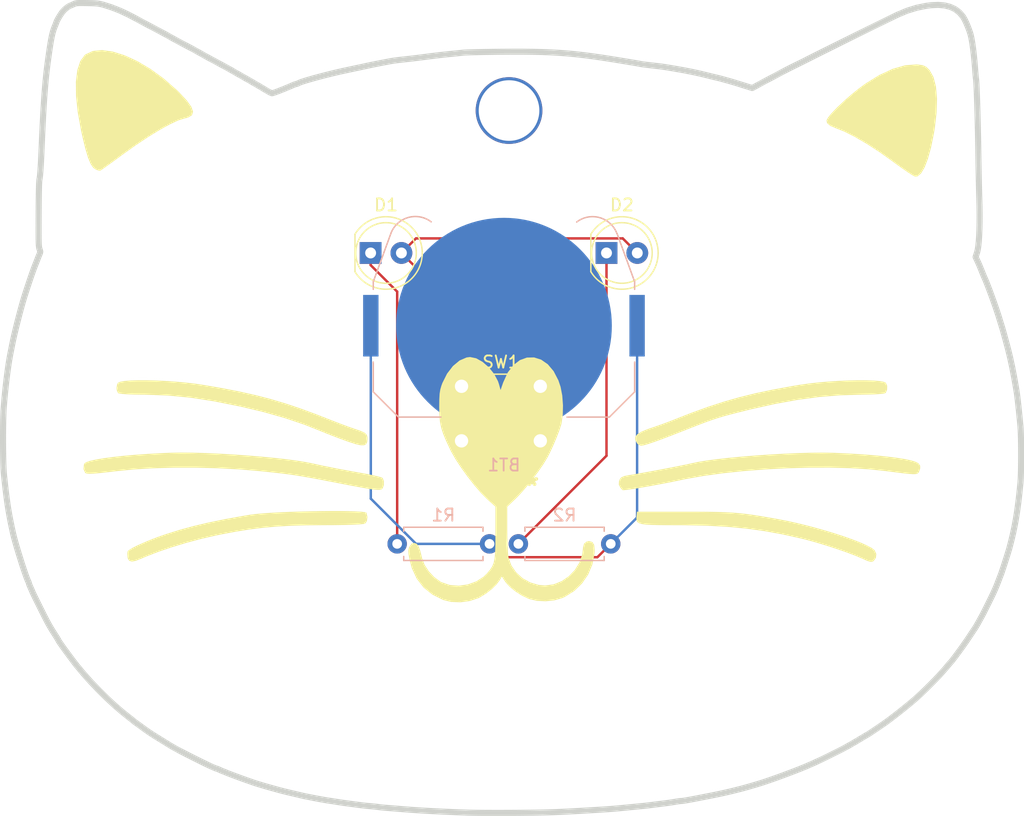
<source format=kicad_pcb>
(kicad_pcb (version 20241229) (generator "pcbnew") (generator_version "9.0")
  (layers (0 "F.Cu" signal) (2 "B.Cu" signal) (13 "F.Paste" user) (15 "B.Paste" user) (5 "F.SilkS" user "F.Silkscreen") (7 "B.SilkS" user "B.Silkscreen") (1 "F.Mask" user) (3 "B.Mask" user) (25 "Edge.Cuts" user))
  (net 0 "")
  (net 1 "Net-(BT1-+)")
  (net 2 "Net-(BT1--)")
  (net 3 "Net-(D1-A)")
  (net 4 "Net-(D1-K)")
  (net 5 "Net-(D2-K)")
  (footprint "LOGO" (layer "F.Cu") (at 100 77 10)
    (property "Reference" "G***" (hide yes))
    (property "Value" "LOGO" (hide yes))
    (fp_poly (pts (xy -1.674369 -5.362427) (xy -0.822632 -5.087191) (xy 0.091384 -4.612818) (xy 1.039868 -3.956616) (xy 1.995011 -3.135895) (xy 2.929001 -2.167964) (xy 3.814028 -1.070134) (xy 3.964882 -0.861618) (xy 4.475093 -0.085272) (xy 4.768052 0.511975) (xy 4.844211 0.943045) (xy 4.704022 1.220857) (xy 4.347936 1.358332) (xy 4.043229 1.378857) (xy 3.518455 1.447752) (xy 2.783179 1.644132) (xy 1.879551 1.952543) (xy 0.849724 2.357528) (xy -0.264153 2.84363) (xy -1.317507 3.344545) (xy -2.044359 3.702066) (xy -2.67646 4.009251) (xy -3.169833 4.245031) (xy -3.480498 4.388334) (xy -3.567222 4.422443) (xy -3.727792 4.354815) (xy -3.876859 4.273286) (xy -4.07508 4.077176) (xy -4.231291 3.726595) (xy -4.351263 3.191388) (xy -4.440771 2.4414) (xy -4.505587 1.446476) (xy -4.530041 0.861538) (xy -4.536362 -0.66618) (xy -4.441667 -2.013372) (xy -4.250549 -3.160695) (xy -3.967602 -4.088806) (xy -3.597419 -4.77836) (xy -3.144592 -5.210014) (xy -3.079763 -5.246247) (xy -2.436016 -5.421215)) (fill yes) (layer "F.SilkS"))
  )
  (footprint "LED_THT:LED_D5.0mm" (layer "F.Cu") (at 139.041103 88.75)
    (property "Reference" "D2" (at 1.27 -3.96 0) (layer "F.SilkS"))
    (property "Value" "LED")
    (fp_line (start -1.29 -1.545) (end -1.29 1.545) (stroke (width 0.12)) (layer "F.SilkS"))
    (fp_arc (start -1.29 -1.54483) (mid 2.071779 -2.880495) (end 4.26 0) (stroke (width 0.12)) (layer "F.SilkS"))
    (fp_arc (start 4.26 0) (mid 2.071779 2.880495) (end -1.29 1.54483) (stroke (width 0.12)) (layer "F.SilkS"))
    (fp_circle (center 1.27 0) (end 3.77 0) (stroke (width 0.12)) (fill no) (layer "F.SilkS"))
    (pad "1" thru_hole rect (at 0 0) (size 1.8 1.8) (drill 0.9) (layers "*.Cu" "*.Mask") (net 5 "Net-(D2-K)"))
    (pad "2" thru_hole circle (at 2.54 0) (size 1.8 1.8) (drill 0.9) (layers "*.Cu" "*.Mask") (net 3 "Net-(D1-A)"))
  )
  (footprint "Button_Switch_THT:SW_PUSH_6mm" (layer "F.Cu") (at 127.081103 99.75)
    (property "Reference" "SW1" (at 3.25 -2 0) (layer "F.SilkS"))
    (property "Value" "SW_Push")
    (fp_line (start -0.25 1.5) (end -0.25 3) (stroke (width 0.12)) (layer "F.SilkS"))
    (fp_line (start 1 5.5) (end 5.5 5.5) (stroke (width 0.12)) (layer "F.SilkS"))
    (fp_line (start 5.5 -1) (end 1 -1) (stroke (width 0.12)) (layer "F.SilkS"))
    (fp_line (start 6.75 3) (end 6.75 1.5) (stroke (width 0.12)) (layer "F.SilkS"))
    (pad "1" thru_hole circle (at 0 0 90) (size 2 2) (drill 1.1) (layers "*.Cu" "*.Mask") (net 3 "Net-(D1-A)"))
    (pad "1" thru_hole circle (at 6.5 0 90) (size 2 2) (drill 1.1) (layers "*.Cu" "*.Mask") (net 3 "Net-(D1-A)"))
    (pad "2" thru_hole circle (at 0 4.5 90) (size 2 2) (drill 1.1) (layers "*.Cu" "*.Mask") (net 2 "Net-(BT1--)"))
    (pad "2" thru_hole circle (at 6.5 4.5 90) (size 2 2) (drill 1.1) (layers "*.Cu" "*.Mask") (net 2 "Net-(BT1--)"))
  )
  (footprint "LOGO" (layer "F.Cu") (at 132 102)
    (property "Reference" "G***" (hide yes))
    (property "Value" "LOGO" (hide yes))
    (fp_poly (pts (xy -35.921583 -33.865738) (xy -35.803815 -33.863824) (xy -35.472617 -33.857117) (xy -35.216247 -33.847944) (xy -35.014046 -33.834142) (xy -34.845353 -33.813547) (xy -34.689508 -33.783996) (xy -34.525851 -33.743324) (xy -34.447557 -33.721772) (xy -33.792639 -33.514172) (xy -33.127485 -33.254074) (xy -32.435537 -32.934387) (xy -31.700239 -32.54802) (xy -31.678384 -32.535906) (xy -31.52804 -32.453027) (xy -31.361614 -32.362539) (xy -31.167786 -32.258416) (xy -30.935239 -32.134636) (xy -30.652652 -31.985175) (xy -30.308708 -31.80401) (xy -29.892086 -31.585117) (xy -29.864099 -31.570426) (xy -29.627173 -31.444649) (xy -29.384605 -31.313511) (xy -29.16978 -31.195173) (xy -29.052445 -31.128905) (xy -28.775061 -30.972394) (xy -28.446522 -30.792584) (xy -28.055428 -30.583316) (xy -27.59038 -30.338428) (xy -27.572369 -30.329003) (xy -27.361066 -30.217811) (xy -27.159721 -30.110752) (xy -26.99688 -30.023055) (xy -26.927821 -29.985112) (xy -26.815388 -29.922356) (xy -26.641329 -29.825191) (xy -26.427394 -29.70576) (xy -26.195331 -29.576202) (xy -26.140039 -29.545333) (xy -25.920364 -29.423166) (xy -25.72661 -29.316305) (xy -25.575951 -29.234155) (xy -25.485562 -29.186125) (xy -25.471618 -29.179241) (xy -25.394777 -29.140284) (xy -25.26351 -29.070409) (xy -25.113535 -28.988742) (xy -24.930467 -28.888785) (xy -24.706211 -28.767421) (xy -24.483931 -28.647996) (xy -24.445114 -28.627253) (xy -24.24616 -28.519659) (xy -24.054476 -28.413631) (xy -23.903746 -28.327866) (xy -23.872181 -28.30926) (xy -23.743713 -28.234123) (xy -23.56287 -28.130409) (xy -23.360755 -28.015903) (xy -23.275377 -27.96796) (xy -23.089009 -27.863143) (xy -22.925459 -27.770285) (xy -22.808699 -27.703036) (xy -22.774061 -27.682492) (xy -22.651036 -27.61186) (xy -22.583084 -27.575771) (xy -22.489633 -27.524631) (xy -22.350945 -27.444676) (xy -22.248873 -27.384196) (xy -22.081551 -27.285353) (xy -21.917522 -27.190782) (xy -21.843046 -27.148998) (xy -21.737098 -27.088331) (xy -21.572239 -26.991253) (xy -21.371035 -26.871152) (xy -21.15655 -26.741718) (xy -20.953064 -26.621894) (xy -20.773633 -26.523017) (xy -20.63662 -26.454741) (xy -20.560389 -26.426722) (xy -20.557047 -26.426504) (xy -20.471 -26.445082) (xy -20.309653 -26.497713) (xy -20.084998 -26.579748) (xy -19.809029 -26.686534) (xy -19.493737 -26.813421) (xy -19.151115 -26.955756) (xy -18.793156 -27.10889) (xy -18.756319 -27.124905) (xy -18.634101 -27.170061) (xy -18.542649 -27.190331) (xy -18.539082 -27.190414) (xy -18.446234 -27.218258) (xy -18.426937 -27.232489) (xy -18.343237 -27.278658) (xy -18.177039 -27.343037) (xy -17.938972 -27.422716) (xy -17.639661 -27.514786) (xy -17.289735 -27.616336) (xy -16.899819 -27.724458) (xy -16.480541 -27.836241) (xy -16.042528 -27.948775) (xy -15.596407 -28.059151) (xy -15.152804 -28.164459) (xy -14.722347 -28.261789) (xy -14.466542 -28.31689) (xy -14.23637 -28.365712) (xy -13.986829 -28.419107) (xy -13.821993 -28.454676) (xy -13.641465 -28.493272) (xy -13.482687 -28.526218) (xy -13.392294 -28.544042) (xy -13.285818 -28.565667) (xy -13.122003 -28.601079) (xy -12.938723 -28.642067) (xy -12.696214 -28.695107) (xy -12.384181 -28.760218) (xy -12.027081 -28.832559) (xy -11.649368 -28.907289) (xy -11.275498 -28.979569) (xy -10.929927 -29.044557) (xy -10.646993 -29.095682) (xy -10.494086 -29.119011) (xy -10.27252 -29.148295) (xy -10.008677 -29.180247) (xy -9.728938 -29.211584) (xy -9.644362 -29.22053) (xy -9.314405 -29.25638) (xy -8.935148 -29.299922) (xy -8.551889 -29.345834) (xy -8.209925 -29.388794) (xy -8.188159 -29.391624) (xy -7.541881 -29.47446) (xy -6.976362 -29.543774) (xy -6.478074 -29.601142) (xy -6.033489 -29.648138) (xy -5.753196 -29.675137) (xy -5.47985 -29.701441) (xy -5.190331 -29.731104) (xy -4.927302 -29.759679) (xy -4.798309 -29.774649) (xy -4.67464 -29.78421) (xy -4.465717 -29.794028) (xy -4.181772 -29.803861) (xy -3.83304 -29.813469) (xy -3.429754 -29.822612) (xy -2.982147 -29.831051) (xy -2.500452 -29.838544) (xy -1.994902 -29.844851) (xy -1.671054 -29.848086) (xy -0.713508 -29.854102) (xy 0.162413 -29.853366) (xy 0.970401 -29.844838) (xy 1.72415 -29.827478) (xy 2.437353 -29.800247) (xy 3.123701 -29.762103) (xy 3.796888 -29.712008) (xy 4.470607 -29.648922) (xy 5.15855 -29.571803) (xy 5.87441 -29.479613) (xy 6.63188 -29.371312) (xy 7.444653 -29.245858) (xy 8.326421 -29.102213) (xy 8.474623 -29.077505) (xy 8.726837 -29.035574) (xy 9.015456 -28.987935) (xy 9.282625 -28.944134) (xy 9.310149 -28.939645) (xy 9.516736 -28.905053) (xy 9.699501 -28.872789) (xy 9.82904 -28.848106) (xy 9.85921 -28.841569) (xy 9.905875 -28.831637) (xy 9.968086 -28.820988) (xy 10.057522 -28.808171) (xy 10.185863 -28.791733) (xy 10.364789 -28.770223) (xy 10.605979 -28.742189) (xy 10.921113 -28.706179) (xy 11.23186 -28.670929) (xy 11.402361 -28.651128) (xy 11.557623 -28.631596) (xy 11.71689 -28.609455) (xy 11.899408 -28.581823) (xy 12.124421 -28.545821) (xy 12.411175 -28.498569) (xy 12.652255 -28.458374) (xy 13.436833 -28.320541) (xy 14.153749 -28.179923) (xy 14.830782 -28.030808) (xy 15.373683 -27.89869) (xy 15.611971 -27.838814) (xy 15.832002 -27.784491) (xy 16.008648 -27.741864) (xy 16.113721 -27.71773) (xy 16.269006 -27.681546) (xy 16.448973 -27.635615) (xy 16.495676 -27.622992) (xy 16.795925 -27.540506) (xy 17.027169 -27.47673) (xy 17.211315 -27.425235) (xy 17.37027 -27.379589) (xy 17.525941 -27.333363) (xy 17.700235 -27.280125) (xy 17.915057 -27.213446) (xy 18.192316 -27.126894) (xy 18.295314 -27.094728) (xy 19.068449 -26.853319) (xy 19.488923 -27.086057) (xy 19.699005 -27.200974) (xy 19.960571 -27.342037) (xy 20.240356 -27.491397) (xy 20.505092 -27.63121) (xy 20.506202 -27.631792) (xy 20.778791 -27.775228) (xy 21.074432 -27.93157) (xy 21.356688 -28.081509) (xy 21.58045 -28.201079) (xy 21.813901 -28.323912) (xy 22.09793 -28.46962) (xy 22.396874 -28.620085) (xy 22.675069 -28.757191) (xy 22.67857 -28.758893) (xy 22.905881 -28.869588) (xy 23.106214 -28.967643) (xy 23.262017 -29.04443) (xy 23.355734 -29.091319) (xy 23.370864 -29.099203) (xy 23.483059 -29.157884) (xy 23.672772 -29.25464) (xy 23.931823 -29.38542) (xy 24.252036 -29.546174) (xy 24.625233 -29.732851) (xy 25.043237 -29.9414) (xy 25.497869 -30.167771) (xy 25.980953 -30.407912) (xy 26.484311 -30.657774) (xy 26.999764 -30.913305) (xy 27.519137 -31.170455) (xy 28.03425 -31.425173) (xy 28.536927 -31.673409) (xy 29.01899 -31.91111) (xy 29.472262 -32.134228) (xy 29.888564 -32.338711) (xy 30.259719 -32.520509) (xy 30.57755 -32.67557) (xy 30.833879 -32.799844) (xy 31.020529 -32.889281) (xy 31.057706 -32.906831) (xy 31.843885 -33.23554) (xy 32.623454 -33.477529) (xy 33.415206 -33.638126) (xy 33.817073 -33.689111) (xy 34.40468 -33.716768) (xy 34.930708 -33.671928) (xy 35.396151 -33.554218) (xy 35.802008 -33.363269) (xy 36.149273 -33.09871) (xy 36.438944 -32.760169) (xy 36.481075 -32.697478) (xy 36.590012 -32.5051) (xy 36.71281 -32.248866) (xy 36.8378 -31.956933) (xy 36.953314 -31.657455) (xy 37.047683 -31.378591) (xy 37.091371 -31.224813) (xy 37.156582 -30.925921) (xy 37.221751 -30.546239) (xy 37.285018 -30.100449) (xy 37.344521 -29.603233) (xy 37.3984 -29.069271) (xy 37.444793 -28.513246) (xy 37.457531 -28.336279) (xy 37.475945 -28.09034) (xy 37.494838 -27.872644) (xy 37.512207 -27.704132) (xy 37.526052 -27.605746) (xy 37.528246 -27.596241) (xy 37.538881 -27.514234) (xy 37.551025 -27.345776) (xy 37.564395 -27.099886) (xy 37.57871 -26.785585) (xy 37.59369 -26.411893) (xy 37.609052 -25.987832) (xy 37.624516 -25.52242) (xy 37.6398 -25.024678) (xy 37.654622 -24.503627) (xy 37.668701 -23.968287) (xy 37.681757 -23.427679) (xy 37.693506 -22.890822) (xy 37.703669 -22.366737) (xy 37.711964 -21.864444) (xy 37.715887 -21.580452) (xy 37.72339 -21.051466) (xy 37.732787 -20.489253) (xy 37.743643 -19.914167) (xy 37.755526 -19.346565) (xy 37.768004 -18.8068) (xy 37.780642 -18.315228) (xy 37.793008 -17.892205) (xy 37.796877 -17.773469) (xy 37.815332 -17.074565) (xy 37.823099 -16.406291) (xy 37.820513 -15.7768) (xy 37.807912 -15.194242) (xy 37.785631 -14.666768) (xy 37.754007 -14.202529) (xy 37.713377 -13.809677) (xy 37.664078 -13.496362) (xy 37.611627 -13.286203) (xy 37.491425 -12.917518) (xy 37.59744 -12.689398) (xy 37.693702 -12.480614) (xy 37.771449 -12.30668) (xy 37.844978 -12.134304) (xy 37.928589 -11.930191) (xy 38.002967 -11.745113) (xy 38.082481 -11.548168) (xy 38.153077 -11.376405) (xy 38.204348 -11.255007) (xy 38.220021 -11.219925) (xy 38.30925 -11.017547) (xy 38.422071 -10.740981) (xy 38.552429 -10.406811) (xy 38.69427 -10.031619) (xy 38.84154 -9.631988) (xy 38.988184 -9.224501) (xy 39.128148 -8.825741) (xy 39.255378 -8.452291) (xy 39.363818 -8.120732) (xy 39.431515 -7.901692) (xy 39.491288 -7.704772) (xy 39.561549 -7.47847) (xy 39.605538 -7.339396) (xy 39.669902 -7.131923) (xy 39.734098 -6.915386) (xy 39.76942 -6.790335) (xy 39.811044 -6.638849) (xy 39.869549 -6.427149) (xy 39.936145 -6.186995) (xy 39.983754 -6.01579) (xy 40.174454 -5.299565) (xy 40.349552 -4.573541) (xy 40.513079 -3.818615) (xy 40.669064 -3.015682) (xy 40.821538 -2.14564) (xy 40.895245 -1.694925) (xy 40.917378 -1.53773) (xy 40.946623 -1.301622) (xy 40.981241 -1.002765) (xy 41.019487 -0.657323) (xy 41.059621 -0.281461) (xy 41.099899 0.108658) (xy 41.138581 0.496868) (xy 41.173923 0.867007) (xy 41.188557 1.026503) (xy 41.208049 1.306935) (xy 41.223789 1.664388) (xy 41.23578 2.082415) (xy 41.244028 2.544565) (xy 41.248536 3.034391) (xy 41.249308 3.535445) (xy 41.24635 4.031277) (xy 41.239665 4.50544) (xy 41.229257 4.941486) (xy 41.215132 5.322964) (xy 41.197292 5.633429) (xy 41.187335 5.753195) (xy 41.103756 6.579546) (xy 41.017367 7.32712) (xy 40.925331 8.012629) (xy 40.824809 8.652786) (xy 40.712965 9.264302) (xy 40.586959 9.863889) (xy 40.443956 10.46826) (xy 40.281117 11.094126) (xy 40.279375 11.100563) (xy 40.236671 11.249199) (xy 40.172898 11.459592) (xy 40.093545 11.714706) (xy 40.004107 11.997505) (xy 39.910073 12.290953) (xy 39.816938 12.578016) (xy 39.730192 12.841656) (xy 39.655327 13.064838) (xy 39.597836 13.230526) (xy 39.563655 13.320676) (xy 39.528478 13.407246) (xy 39.470349 13.556683) (xy 39.399579 13.742345) (xy 39.36959 13.821992) (xy 39.292951 14.022746) (xy 39.220761 14.205729) (xy 39.165123 14.340457) (xy 39.15158 14.371052) (xy 39.088714 14.511163) (xy 39.017473 14.674228) (xy 39.004151 14.705263) (xy 38.956736 14.808864) (xy 38.874907 14.980204) (xy 38.76732 15.201797) (xy 38.642628 15.456158) (xy 38.509488 15.7258) (xy 38.376554 15.993239) (xy 38.252481 16.240989) (xy 38.145925 16.451564) (xy 38.06554 16.607479) (xy 38.027847 16.677646) (xy 37.972182 16.777595) (xy 37.885973 16.933412) (xy 37.784614 17.11725) (xy 37.745709 17.187969) (xy 37.64158 17.374011) (xy 37.544883 17.540918) (xy 37.471542 17.661405) (xy 37.453149 17.689285) (xy 37.401223 17.766043) (xy 37.306546 17.907624) (xy 37.179006 18.09918) (xy 37.028487 18.325861) (xy 36.865052 18.572556) (xy 36.719064 18.788528) (xy 36.546926 19.035735) (xy 36.358319 19.301036) (xy 36.162922 19.571289) (xy 35.970417 19.833352) (xy 35.790484 20.074083) (xy 35.632802 20.280341) (xy 35.507052 20.438984) (xy 35.422915 20.536871) (xy 35.405542 20.553947) (xy 35.366174 20.59786) (xy 35.27848 20.700212) (xy 35.15519 20.846023) (xy 35.009034 21.020313) (xy 34.999782 21.03139) (xy 34.753196 21.315024) (xy 34.450479 21.644638) (xy 34.107837 22.003877) (xy 33.741474 22.376389) (xy 33.367597 22.745819) (xy 33.00241 23.095813) (xy 32.66212 23.410018) (xy 32.499089 23.554967) (xy 32.233862 23.781953) (xy 31.921284 24.041249) (xy 31.577803 24.319902) (xy 31.219868 24.604961) (xy 30.863927 24.883473) (xy 30.526428 25.142487) (xy 30.223819 25.369051) (xy 29.97255 25.550212) (xy 29.911841 25.592264) (xy 29.622076 25.789969) (xy 29.348294 25.975718) (xy 29.101224 26.142325) (xy 28.891596 26.282606) (xy 28.730139 26.389376) (xy 28.627584 26.455449) (xy 28.594733 26.474247) (xy 28.550559 26.497544) (xy 28.440053 26.561451) (xy 28.278487 26.656989) (xy 28.081133 26.775183) (xy 28.018052 26.813221) (xy 27.591682 27.068481) (xy 27.224324 27.283005) (xy 26.895159 27.468444) (xy 26.583364 27.636453) (xy 26.26812 27.798682) (xy 26.163909 27.850881) (xy 25.888267 27.98815) (xy 25.575126 28.144081) (xy 25.271887 28.295072) (xy 25.115779 28.372797) (xy 24.750212 28.550829) (xy 24.363002 28.731024) (xy 23.928981 28.92492) (xy 23.585713 29.074167) (xy 23.307043 29.190894) (xy 22.969584 29.326976) (xy 22.604613 29.470048) (xy 22.243405 29.607743) (xy 22.117574 29.65463) (xy 21.943595 29.7195) (xy 21.767298 29.785952) (xy 21.759491 29.788918) (xy 21.51019 29.881676) (xy 21.197774 29.994875) (xy 20.849716 30.118756) (xy 20.493491 30.243563) (xy 20.15657 30.359536) (xy 20.076503 30.386706) (xy 19.83961 30.463512) (xy 19.537024 30.556749) (xy 19.195417 30.658636) (xy 18.841464 30.761393) (xy 18.501839 30.857236) (xy 18.203216 30.938386) (xy 18.047367 30.978657) (xy 17.827709 31.033737) (xy 17.588115 31.093829) (xy 17.474435 31.122346) (xy 17.06776 31.220408) (xy 16.611592 31.32262) (xy 16.091108 31.432191) (xy 15.491487 31.552334) (xy 15.469172 31.556714) (xy 14.941963 31.65974) (xy 14.500542 31.745089) (xy 14.137127 31.814148) (xy 13.843941 31.868307) (xy 13.613204 31.908952) (xy 13.437136 31.937473) (xy 13.307958 31.955257) (xy 13.217891 31.963692) (xy 13.181774 31.964849) (xy 13.076646 31.973317) (xy 12.91099 31.99568) (xy 12.717966 32.027381) (xy 12.689032 32.032599) (xy 12.494069 32.065041) (xy 12.23755 32.103276) (xy 11.952823 32.142529) (xy 11.673495 32.177996) (xy 11.39894 32.211352) (xy 11.124041 32.245234) (xy 10.880207 32.275742) (xy 10.698849 32.298977) (xy 10.694736 32.299516) (xy 10.475397 32.326807) (xy 10.248201 32.352736) (xy 10.097931 32.368204) (xy 9.954436 32.38195) (xy 9.74135 32.402596) (xy 9.484112 32.427669) (xy 9.208158 32.454691) (xy 9.119172 32.463433) (xy 8.743192 32.500275) (xy 8.415877 32.531872) (xy 8.124046 32.559205) (xy 7.854518 32.583252) (xy 7.594112 32.604995) (xy 7.329646 32.625414) (xy 7.047939 32.645488) (xy 6.73581 32.666199) (xy 6.380076 32.688526) (xy 5.967558 32.71345) (xy 5.485074 32.741951) (xy 4.965413 32.772329) (xy 4.367873 32.806264) (xy 3.821757 32.835062) (xy 3.310485 32.859222) (xy 2.817474 32.879245) (xy 2.326145 32.895634) (xy 1.819915 32.908888) (xy 1.282202 32.919508) (xy 0.696427 32.927997) (xy 0.046008 32.934854) (xy -0.577733 32.93983) (xy -1.119267 32.942797) (xy -1.668462 32.944184) (xy -2.211114 32.944058) (xy -2.733023 32.94249) (xy -3.219985 32.939549) (xy -3.657798 32.935303) (xy -4.032262 32.929821) (xy -4.329172 32.923174) (xy -4.392482 32.921245) (xy -5.402069 32.885004) (xy -6.379968 32.843604) (xy -7.313896 32.797703) (xy -8.19157 32.747959) (xy -9.000707 32.695028) (xy -9.729025 32.639569) (xy -9.859212 32.628633) (xy -10.140079 32.605222) (xy -10.469972 32.578608) (xy -10.802675 32.552482) (xy -11.028948 32.535226) (xy -11.267673 32.516186) (xy -11.475467 32.497469) (xy -11.631843 32.481072) (xy -11.716315 32.46899) (xy -11.721242 32.467755) (xy -11.794962 32.455566) (xy -11.942308 32.437985) (xy -12.141732 32.417388) (xy -12.36579 32.396666) (xy -12.630916 32.372074) (xy -12.899725 32.344784) (xy -13.136411 32.318549) (xy -13.272933 32.301602) (xy -13.457487 32.277019) (xy -13.702742 32.244669) (xy -13.974696 32.209023) (xy -14.203948 32.179151) (xy -14.482293 32.141768) (xy -14.773346 32.100634) (xy -15.038715 32.061277) (xy -15.20658 32.034808) (xy -15.416517 32.00093) (xy -15.611096 31.970724) (xy -15.755312 31.949596) (xy -15.779512 31.94635) (xy -15.946488 31.921639) (xy -16.182075 31.882635) (xy -16.461245 31.833754) (xy -16.758972 31.779409) (xy -17.050228 31.724014) (xy -17.140227 31.706341) (xy -17.340656 31.666858) (xy -17.522306 31.631481) (xy -17.650792 31.606899) (xy -17.665415 31.604175) (xy -17.737587 31.590394) (xy -17.819337 31.573566) (xy -17.924931 31.550461) (xy -18.068634 31.517849) (xy -18.264712 31.472499) (xy -18.527432 31.41118) (xy -18.811279 31.34468) (xy -19.237836 31.243567) (xy -19.590788 31.157305) (xy -19.889938 31.080918) (xy -20.155087 31.009426) (xy -20.24361 30.984615) (xy -20.42993 30.932208) (xy -20.646736 30.871683) (xy -20.768798 30.837812) (xy -20.974895 30.779608) (xy -21.211857 30.710818) (xy -21.458401 30.637839) (xy -21.693244 30.567072) (xy -21.895102 30.504916) (xy -22.042693 30.457771) (xy -22.10564 30.435851) (xy -22.198889 30.401601) (xy -22.34897 30.348596) (xy -22.511467 30.292413) (xy -22.706777 30.224245) (xy -22.947024 30.138381) (xy -23.212952 30.041927) (xy -23.485304 29.941987) (xy -23.744826 29.845668) (xy -23.972261 29.760075) (xy -24.148354 29.692313) (xy -24.253849 29.649487) (xy -24.254136 29.649361) (xy -24.389932 29.59258) (xy -24.557269 29.526275) (xy -24.612219 29.505265) (xy -24.772005 29.440913) (xy -24.915764 29.376599) (xy -24.953796 29.357633) (xy -25.061682 29.309563) (xy -25.13271 29.291165) (xy -25.205979 29.269842) (xy -25.352869 29.209493) (xy -25.562494 29.115546) (xy -25.823964 28.993429) (xy -26.126393 28.84857) (xy -26.458892 28.686398) (xy -26.810573 28.512341) (xy -27.170549 28.331826) (xy -27.527932 28.150283) (xy -27.871833 27.973139) (xy -28.191365 27.805822) (xy -28.47564 27.653762) (xy -28.71377 27.522385) (xy -28.894868 27.41712) (xy -28.909212 27.408368) (xy -29.131333 27.2718) (xy -29.383596 27.116276) (xy -29.646353 26.953951) (xy -29.899955 26.796985) (xy -30.124752 26.657535) (xy -30.301097 26.547759) (xy -30.382709 26.496642) (xy -30.591885 26.35999) (xy -30.840041 26.190404) (xy -31.090549 26.013272) (xy -31.272557 25.879806) (xy -31.446297 25.751411) (xy -31.620426 25.625818) (xy -31.750001 25.535212) (xy -31.873245 25.447583) (xy -31.965537 25.374999) (xy -31.988723 25.353329) (xy -32.047571 25.301242) (xy -32.161084 25.209604) (xy -32.307391 25.095966) (xy -32.346805 25.065965) (xy -32.951108 24.583827) (xy -33.584927 24.033667) (xy -34.232331 23.431444) (xy -34.877388 22.793117) (xy -35.504168 22.134643) (xy -36.096738 21.47198) (xy -36.639167 20.821088) (xy -36.841614 20.563606) (xy -36.932633 20.443904) (xy -37.058903 20.275525) (xy -37.207485 20.07598) (xy -37.365437 19.862784) (xy -37.519818 19.653448) (xy -37.657687 19.465486) (xy -37.766102 19.316411) (xy -37.832122 19.223736) (xy -37.837407 19.21602) (xy -37.909711 19.111216) (xy -38.005477 18.974641) (xy -38.040321 18.925414) (xy -38.117553 18.811796) (xy -38.16475 18.733035) (xy -38.171618 18.715358) (xy -38.195825 18.666956) (xy -38.260924 18.557264) (xy -38.35563 18.404967) (xy -38.421521 18.301609) (xy -38.580999 18.052008) (xy -38.718344 17.832198) (xy -38.841964 17.626963) (xy -38.960268 17.421086) (xy -39.081662 17.199352) (xy -39.214555 16.946546) (xy -39.367356 16.647451) (xy -39.548471 16.286851) (xy -39.674451 16.034194) (xy -39.835569 15.709761) (xy -39.982 15.413403) (xy -40.108549 15.155757) (xy -40.210017 14.947461) (xy -40.281207 14.799153) (xy -40.316923 14.721472) (xy -40.320114 14.712619) (xy -40.338752 14.66027) (xy -40.387821 14.545489) (xy -40.457051 14.392223) (xy -40.463347 14.378597) (xy -40.534311 14.218322) (xy -40.585544 14.089341) (xy -40.606514 14.01828) (xy -40.60658 14.016535) (xy -40.627866 13.932893) (xy -40.651769 13.881024) (xy -40.714322 13.744733) (xy -40.798371 13.529634) (xy -40.899749 13.248896) (xy -41.014293 12.915687) (xy -41.137838 12.543177) (xy -41.266219 12.144534) (xy -41.395271 11.732927) (xy -41.520831 11.321524) (xy -41.638733 10.923494) (xy -41.744813 10.552007) (xy -41.834906 10.22023) (xy -41.904848 9.941333) (xy -41.923672 9.85921) (xy -42.037715 9.334108) (xy -42.137875 8.845938) (xy -42.226724 8.378139) (xy -42.306831 7.914152) (xy -42.380767 7.437416) (xy -42.451104 6.931371) (xy -42.520412 6.379457) (xy -42.591263 5.765114) (xy -42.664855 5.084774) (xy -42.686114 4.823236) (xy -42.704216 4.480449) (xy -42.719107 4.0706) (xy -42.73073 3.607879) (xy -42.739031 3.106475) (xy -42.743955 2.580576) (xy -42.745446 2.04437) (xy -42.743449 1.512047) (xy -42.737909 0.997795) (xy -42.728771 0.515802) (xy -42.71598 0.080258) (xy -42.699479 -0.294648) (xy -42.686579 -0.501316) (xy -42.640677 -1.073023) (xy -42.584504 -1.672099) (xy -42.520166 -2.281538) (xy -42.449767 -2.884333) (xy -42.375411 -3.463477) (xy -42.299202 -4.001964) (xy -42.223245 -4.482785) (xy -42.149644 -4.888935) (xy -42.134218 -4.965414) (xy -42.103709 -5.116356) (xy -42.061815 -5.327557) (xy -42.01516 -5.5655) (xy -41.987968 -5.705452) (xy -41.917812 -6.044279) (xy -41.825531 -6.454319) (xy -41.71628 -6.915275) (xy -41.595213 -7.406849) (xy -41.467484 -7.908744) (xy -41.338248 -8.400664) (xy -41.212659 -8.862312) (xy -41.095872 -9.27339) (xy -41.00586 -9.572745) (xy -40.875635 -9.984265) (xy -40.737268 -10.410441) (xy -40.596657 -10.833923) (xy -40.459699 -11.237361) (xy -40.332291 -11.603405) (xy -40.220331 -11.914706) (xy -40.129715 -12.153913) (xy -40.12141 -12.174813) (xy -40.036751 -12.387914) (xy -39.960458 -12.58236) (xy -39.902697 -12.732114) (xy -39.879064 -12.795489) (xy -39.826303 -12.932138) (xy -39.758467 -13.095589) (xy -39.739457 -13.139423) (xy -39.689297 -13.264627) (xy -39.675665 -13.357741) (xy -39.698101 -13.463504) (xy -39.73506 -13.569122) (xy -39.753269 -13.625205) (xy -39.768569 -13.690911) (xy -39.781166 -13.774308) (xy -39.791264 -13.883466) (xy -39.79907 -14.026453) (xy -39.804789 -14.21134) (xy -39.808626 -14.446194) (xy -39.810787 -14.739086) (xy -39.811477 -15.098083) (xy -39.810902 -15.531256) (xy -39.809268 -16.046674) (xy -39.807757 -16.424061) (xy -39.804035 -17.071941) (xy -39.798671 -17.643839) (xy -39.791734 -18.136704) (xy -39.783291 -18.547488) (xy -39.77341 -18.873139) (xy -39.762158 -19.11061) (xy -39.749602 -19.256849) (xy -39.744318 -19.288722) (xy -39.718213 -19.438327) (xy -39.693033 -19.647683) (xy -39.668382 -19.92253) (xy -39.643862 -20.268605) (xy -39.619077 -20.691646) (xy -39.593628 -21.197392) (xy -39.567119 -21.791581) (xy -39.560948 -21.938534) (xy -39.517786 -22.936258) (xy -39.474743 -23.846347) (xy -39.431257 -24.67665) (xy -39.386765 -25.435019) (xy -39.340705 -26.129304) (xy -39.292515 -26.767356) (xy -39.241634 -27.357026) (xy -39.187497 -27.906165) (xy -39.129545 -28.422622) (xy -39.067213 -28.914249) (xy -39.054938 -29.0047) (xy -38.977002 -29.565221) (xy -38.908125 -30.04101) (xy -38.846316 -30.442183) (xy -38.789584 -30.778853) (xy -38.735935 -31.061137) (xy -38.68338 -31.299149) (xy -38.629926 -31.503005) (xy -38.573581 -31.682819) (xy -38.512355 -31.848707) (xy -38.478798 -31.930753) (xy -38.410727 -32.097905) (xy -38.356438 -32.241169) (xy -38.329631 -32.322933) (xy -38.295111 -32.403601) (xy -38.222196 -32.542166) (xy -38.1233 -32.715678) (xy -38.059465 -32.822402) (xy -37.863829 -33.111204) (xy -37.668211 -33.32915) (xy -37.550941 -33.429208) (xy -37.415344 -33.530626) (xy -37.309089 -33.603989) (xy -37.25452 -33.633899) (xy -37.253844 -33.633968) (xy -37.195206 -33.654017) (xy -37.078628 -33.703988) (xy -36.962921 -33.757312) (xy -36.870243 -33.79961) (xy -36.786242 -33.830457) (xy -36.694495 -33.851361) (xy -36.578578 -33.863832) (xy -36.422069 -33.86938) (xy -36.208545 -33.869512)) (stroke (width 0.5)) (fill no) (layer "Edge.Cuts"))
  )
  (footprint "LOGO" (layer "F.Cu") (at 131 108)
    (property "Reference" "G***" (at 0 0 0) (layer "F.SilkS") (effects (font (size 1.5 1.5) (thickness 0.3))))
    (property "Value" "LOGO" (hide yes))
    (fp_poly (pts (xy 15.566079 2.096245) (xy 16.462539 2.102188) (xy 17.229756 2.115286) (xy 17.900798 2.138151) (xy 18.508731 2.173395) (xy 19.086625 2.22363) (xy 19.667546 2.291469) (xy 20.284564 2.379523) (xy 20.970746 2.490405) (xy 21.759159 2.626727) (xy 22.176153 2.700635) (xy 23.050517 2.871609) (xy 23.96619 3.078293) (xy 24.89959 3.313077) (xy 25.827136 3.568349) (xy 26.725245 3.836499) (xy 27.570335 4.109916) (xy 28.338824 4.380988) (xy 29.007129 4.642105) (xy 29.551669 4.885656) (xy 29.94886 5.10403) (xy 30.1668 5.279548) (xy 30.302187 5.580537) (xy 30.266409 5.906407) (xy 30.08923 6.157204) (xy 29.95536 6.230821) (xy 29.780048 6.227266) (xy 29.513415 6.137773) (xy 29.21 6.002688) (xy 28.634883 5.756298) (xy 27.915175 5.482005) (xy 27.098908 5.195767) (xy 26.234115 4.913543) (xy 25.368828 4.651291) (xy 24.551081 4.424968) (xy 24.178846 4.331186) (xy 22.617338 3.982103) (xy 21.098151 3.704827) (xy 19.576646 3.494425) (xy 18.008184 3.345963) (xy 16.348126 3.254505) (xy 14.551835 3.215117) (xy 14.061941 3.212804) (xy 13.128612 3.210341) (xy 12.372435 3.203672) (xy 11.775179 3.189032) (xy 11.318612 3.162659) (xy 10.9845 3.120788) (xy 10.754613 3.059655) (xy 10.610718 2.975497) (xy 10.534584 2.864549) (xy 10.507978 2.723048) (xy 10.512668 2.54723) (xy 10.517965 2.481172) (xy 10.550769 2.094845) (xy 14.507307 2.094845)) (fill yes) (layer "F.SilkS"))
    (fp_poly (pts (xy -29.142156 -8.730865) (xy -28.328654 -8.692378) (xy -27.499537 -8.635512) (xy -26.680384 -8.560858) (xy -25.896772 -8.469008) (xy -25.302308 -8.381865) (xy -23.714834 -8.110004) (xy -22.280118 -7.832046) (xy -20.955578 -7.536431) (xy -19.698631 -7.211599) (xy -18.466693 -6.845988) (xy -17.217182 -6.428039) (xy -15.907514 -5.94619) (xy -14.946924 -5.570581) (xy -14.356603 -5.338817) (xy -13.767841 -5.114233) (xy -13.233628 -4.916598) (xy -12.806956 -4.765681) (xy -12.651154 -4.714126) (xy -12.202877 -4.559737) (xy -11.914312 -4.421805) (xy -11.752404 -4.274066) (xy -11.684096 -4.09026) (xy -11.674231 -3.93799) (xy -11.698589 -3.658003) (xy -11.786249 -3.473286) (xy -11.959095 -3.382104) (xy -12.239009 -3.382721) (xy -12.647873 -3.473401) (xy -13.207568 -3.652409) (xy -13.583858 -3.786512) (xy -14.110737 -3.981902) (xy -14.638297 -4.183411) (xy -15.100042 -4.365328) (xy -15.391166 -4.485371) (xy -16.90901 -5.086396) (xy -18.529757 -5.630794) (xy -20.27608 -6.124972) (xy -22.170654 -6.575335) (xy -24.23615 -6.988289) (xy -24.276539 -6.995694) (xy -26.22176 -7.300313) (xy -28.100002 -7.483602) (xy -30.013513 -7.555109) (xy -30.284616 -7.55673) (xy -30.920699 -7.565025) (xy -31.46391 -7.585394) (xy -31.887389 -7.616002) (xy -32.164275 -7.655018) (xy -32.262885 -7.69177) (xy -32.361442 -7.918541) (xy -32.385001 -8.117527) (xy -32.334791 -8.409218) (xy -32.262885 -8.542736) (xy -32.080211 -8.626934) (xy -31.728454 -8.689207) (xy -31.233191 -8.730145) (xy -30.620002 -8.75034) (xy -29.914464 -8.750383)) (fill yes) (layer "F.SilkS"))
    (fp_poly (pts (xy -13.990044 2.03873) (xy -13.300974 2.047276) (xy -12.711529 2.064382) (xy -12.244502 2.09043) (xy -11.922685 2.1258) (xy -11.768872 2.17087) (xy -11.7604 2.180815) (xy -11.678512 2.531555) (xy -11.725787 2.871481) (xy -11.863193 3.072197) (xy -12.019583 3.112531) (xy -12.360558 3.146435) (xy -12.875369 3.173476) (xy -13.553267 3.19322) (xy -14.383505 3.205234) (xy -15.258001 3.209082) (xy -16.707493 3.221108) (xy -18.006168 3.258705) (xy -19.197943 3.326095) (xy -20.326735 3.427501) (xy -21.436463 3.567146) (xy -22.571043 3.749253) (xy -23.774392 3.978045) (xy -24.227693 4.07156) (xy -25.416501 4.345592) (xy -26.631295 4.670633) (xy -27.821915 5.031129) (xy -28.938206 5.411528) (xy -29.930008 5.796277) (xy -30.284616 5.949695) (xy -30.772809 6.143585) (xy -31.112966 6.212815) (xy -31.32935 6.156201) (xy -31.446224 5.972557) (xy -31.465598 5.892045) (xy -31.493186 5.569037) (xy -31.473103 5.377336) (xy -31.357271 5.257781) (xy -31.08025 5.087741) (xy -30.670426 4.8801) (xy -30.156188 4.647742) (xy -29.565922 4.40355) (xy -28.928016 4.160409) (xy -28.33077 3.951164) (xy -27.222753 3.602988) (xy -26.062451 3.285241) (xy -24.817073 2.990362) (xy -23.453825 2.71079) (xy -21.939915 2.438964) (xy -21.34577 2.340582) (xy -20.91404 2.284407) (xy -20.354009 2.232994) (xy -19.688469 2.186724) (xy -18.940214 2.145976) (xy -18.132036 2.11113) (xy -17.286728 2.082566) (xy -16.427082 2.060665) (xy -15.575891 2.045805) (xy -14.755948 2.038367)) (fill yes) (layer "F.SilkS"))
    (fp_poly (pts (xy 29.471422 -8.748429) (xy 30.080387 -8.727097) (xy 30.570654 -8.685674) (xy 30.916659 -8.623582) (xy 31.090576 -8.542736) (xy 31.197937 -8.28905) (xy 31.192473 -7.969588) (xy 31.081641 -7.71596) (xy 31.04173 -7.680567) (xy 30.893398 -7.642813) (xy 30.583488 -7.6092) (xy 30.145799 -7.581835) (xy 29.614132 -7.562825) (xy 29.022287 -7.554275) (xy 29.014615 -7.554243) (xy 27.303046 -7.504272) (xy 25.58414 -7.364504) (xy 23.817213 -7.129368) (xy 21.961584 -6.793296) (xy 19.976571 -6.350716) (xy 19.659331 -6.273366) (xy 18.889696 -6.08222) (xy 18.252877 -5.918571) (xy 17.705989 -5.768568) (xy 17.206146 -5.618361) (xy 16.710463 -5.4541) (xy 16.176052 -5.261933) (xy 15.560029 -5.028011) (xy 14.819508 -4.738482) (xy 14.427176 -4.583573) (xy 13.424993 -4.191397) (xy 12.599197 -3.877554) (xy 11.940514 -3.638796) (xy 11.439669 -3.47188) (xy 11.087389 -3.373558) (xy 10.875247 -3.340596) (xy 10.675991 -3.426493) (xy 10.557747 -3.544404) (xy 10.407338 -3.822911) (xy 10.408907 -4.068031) (xy 10.572367 -4.291142) (xy 10.907629 -4.503617) (xy 11.424607 -4.716832) (xy 11.644929 -4.791972) (xy 12.198909 -4.980509) (xy 12.80026 -5.196) (xy 13.353604 -5.403886) (xy 13.57923 -5.492869) (xy 15.050181 -6.06868) (xy 16.417033 -6.563108) (xy 17.726376 -6.989039) (xy 19.024805 -7.359357) (xy 20.35891 -7.686946) (xy 21.775285 -7.984693) (xy 23.32052 -8.26548) (xy 24.032307 -8.383584) (xy 24.756428 -8.486759) (xy 25.540785 -8.573877) (xy 26.359814 -8.644361) (xy 27.187954 -8.697634) (xy 27.999644 -8.733121) (xy 28.76932 -8.750245)) (fill yes) (layer "F.SilkS"))
    (fp_poly (pts (xy -26.130061 -2.776883) (xy -25.062574 -2.746485) (xy -23.927416 -2.696239) (xy -22.755092 -2.628417) (xy -21.576107 -2.545289) (xy -20.420966 -2.449125) (xy -19.320173 -2.342196) (xy -18.304234 -2.226771) (xy -17.403653 -2.105121) (xy -16.648937 -1.979516) (xy -16.26577 -1.900221) (xy -15.290711 -1.688195) (xy -14.15875 -1.462446) (xy -12.907731 -1.230361) (xy -12.162693 -1.099246) (xy -11.616608 -0.998535) (xy -11.134602 -0.897569) (xy -10.751844 -0.80467) (xy -10.503502 -0.728157) (xy -10.428654 -0.689) (xy -10.323483 -0.431603) (xy -10.324438 -0.094573) (xy -10.42377 0.170205) (xy -10.506754 0.25136) (xy -10.631866 0.292305) (xy -10.842051 0.295777) (xy -11.180255 0.26451) (xy -11.43 0.2343) (xy -11.643788 0.200896) (xy -12.015201 0.135907) (xy -12.508564 0.045868) (xy -13.088199 -0.062687) (xy -13.71843 -0.183222) (xy -13.872308 -0.213025) (xy -14.857768 -0.40378) (xy -15.682664 -0.561336) (xy -16.37972 -0.69075) (xy -16.98166 -0.797081) (xy -17.521208 -0.885387) (xy -18.031088 -0.960725) (xy -18.544025 -1.028154) (xy -19.092742 -1.092731) (xy -19.709964 -1.159515) (xy -20.428414 -1.233564) (xy -20.564231 -1.247366) (xy -22.277796 -1.391997) (xy -24.059565 -1.487889) (xy -25.866095 -1.535075) (xy -27.653946 -1.533582) (xy -29.379677 -1.483442) (xy -30.999845 -1.384685) (xy -32.456707 -1.239113) (xy -33.226872 -1.14656) (xy -33.824606 -1.081706) (xy -34.271677 -1.043444) (xy -34.589852 -1.030666) (xy -34.800901 -1.042265) (xy -34.926589 -1.077135) (xy -34.972284 -1.11115) (xy -35.106748 -1.411652) (xy -35.073939 -1.776525) (xy -35.031662 -1.883488) (xy -34.886092 -1.992099) (xy -34.561816 -2.102119) (xy -34.075492 -2.211468) (xy -33.44378 -2.318067) (xy -32.683341 -2.419834) (xy -31.810834 -2.514689) (xy -30.842919 -2.600552) (xy -29.796256 -2.675342) (xy -28.687506 -2.73698) (xy -27.94 -2.769059) (xy -27.099371 -2.785165)) (fill yes) (layer "F.SilkS"))
    (fp_poly (pts (xy 26.647084 -2.768556) (xy 26.816538 -2.762916) (xy 28.024677 -2.708164) (xy 29.160805 -2.638081) (xy 30.209379 -2.554614) (xy 31.154859 -2.459712) (xy 31.981702 -2.355323) (xy 32.674367 -2.243395) (xy 33.217311 -2.125876) (xy 33.594994 -2.004713) (xy 33.785239 -1.889461) (xy 33.922605 -1.692419) (xy 33.919796 -1.477526) (xy 33.873388 -1.32466) (xy 33.829332 -1.201435) (xy 33.776043 -1.107863) (xy 33.690846 -1.043361) (xy 33.551064 -1.00735) (xy 33.334024 -0.99925) (xy 33.017048 -1.018479) (xy 32.577462 -1.064457) (xy 31.992589 -1.136604) (xy 31.239755 -1.23434) (xy 31.093196 -1.253489) (xy 29.694639 -1.398411) (xy 28.141607 -1.492237) (xy 26.471015 -1.53656) (xy 24.719778 -1.532972) (xy 22.924809 -1.483066) (xy 21.123022 -1.388432) (xy 19.351333 -1.250664) (xy 17.646656 -1.071353) (xy 16.045904 -0.852092) (xy 14.585992 -0.594472) (xy 14.263076 -0.527626) (xy 13.576077 -0.384989) (xy 12.850525 -0.241607) (xy 12.117922 -0.103005) (xy 11.409772 0.025289) (xy 10.757578 0.137749) (xy 10.192843 0.22885) (xy 9.747071 0.293065) (xy 9.451765 0.324868) (xy 9.389289 0.327319) (xy 9.292437 0.246188) (xy 9.190054 0.121575) (xy 9.054662 -0.135151) (xy 9.070598 -0.40723) (xy 9.132422 -0.584647) (xy 9.258283 -0.74142) (xy 9.511369 -0.84942) (xy 9.840691 -0.913819) (xy 10.186113 -0.968784) (xy 10.670301 -1.052304) (xy 11.255929 -1.157323) (xy 11.905669 -1.276784) (xy 12.582195 -1.40363) (xy 13.24818 -1.530804) (xy 13.866298 -1.651251) (xy 14.399222 -1.757912) (xy 14.809625 -1.843732) (xy 15.044615 -1.897631) (xy 15.605283 -2.016448) (xy 16.33329 -2.133729) (xy 17.200591 -2.247413) (xy 18.179141 -2.355438) (xy 19.240895 -2.455743) (xy 20.357807 -2.546266) (xy 21.501833 -2.624947) (xy 22.644927 -2.689723) (xy 23.759044 -2.738534) (xy 24.81614 -2.769317) (xy 25.788168 -2.780011)) (fill yes) (layer "F.SilkS"))
    (fp_poly (pts (xy -2.711871 -10.561261) (xy -2.179372 -10.263396) (xy -1.668897 -9.818225) (xy -1.230013 -9.272397) (xy -0.912286 -8.672559) (xy -0.82699 -8.4161) (xy -0.698875 -7.941269) (xy -0.482738 -8.566486) (xy -0.108604 -9.384682) (xy 0.359525 -9.998355) (xy 0.895532 -10.409517) (xy 1.473299 -10.620178) (xy 2.066712 -10.632349) (xy 2.649652 -10.44804) (xy 3.196004 -10.069264) (xy 3.679651 -9.49803) (xy 4.074476 -8.73635) (xy 4.254261 -8.201759) (xy 4.391169 -7.490831) (xy 4.45155 -6.679658) (xy 4.433321 -5.875708) (xy 4.3344 -5.186445) (xy 4.314253 -5.106186) (xy 4.15309 -4.606278) (xy 3.912457 -3.979901) (xy 3.62797 -3.312191) (xy 3.335247 -2.688288) (xy 3.167345 -2.364652) (xy 2.841033 -1.82875) (xy 2.40388 -1.196481) (xy 1.901903 -0.527596) (xy 1.381122 0.118154) (xy 0.887555 0.681015) (xy 0.575087 1.001202) (xy -0.146539 1.692864) (xy -0.145994 3.530452) (xy -0.138505 4.244448) (xy -0.118382 4.906385) (xy -0.0885 5.451142) (xy -0.051738 5.813597) (xy -0.042973 5.862599) (xy 0.190189 6.519061) (xy 0.584916 7.096851) (xy 1.111946 7.573533) (xy 1.742021 7.926674) (xy 2.445878 8.13384) (xy 2.979615 8.180018) (xy 3.681927 8.086186) (xy 4.343062 7.822149) (xy 4.936457 7.414642) (xy 5.435551 6.890399) (xy 5.813782 6.276154) (xy 6.044586 5.598642) (xy 6.105224 5.034174) (xy 6.19179 4.726524) (xy 6.422808 4.546498) (xy 6.601807 4.517009) (xy 6.875252 4.593228) (xy 7.027421 4.838023) (xy 7.068777 5.275601) (xy 7.052473 5.559719) (xy 6.877569 6.456709) (xy 6.527882 7.286169) (xy 6.021369 8.023529) (xy 5.375983 8.644222) (xy 4.609679 9.123678) (xy 4.368486 9.232344) (xy 3.731667 9.414029) (xy 3.012918 9.48772) (xy 2.295462 9.45188) (xy 1.662519 9.304972) (xy 1.605231 9.283388) (xy 1.058436 9.019374) (xy 0.522476 8.675197) (xy 0.054575 8.293038) (xy -0.288043 7.915078) (xy -0.326168 7.859716) (xy -0.596607 7.446914) (xy -0.769971 7.754939) (xy -1.032716 8.10425) (xy -1.425432 8.48485) (xy -1.891678 8.849568) (xy -2.375017 9.151237) (xy -2.54 9.234233) (xy -3.238952 9.467601) (xy -4.0097 9.571618) (xy -4.772428 9.542117) (xy -5.421924 9.384726) (xy -6.315367 8.943163) (xy -7.047533 8.356755) (xy -7.617461 7.626653) (xy -8.024193 6.754009) (xy -8.218392 6.023106) (xy -8.295523 5.587391) (xy -8.313521 5.311655) (xy -8.271292 5.105843) (xy -8.205417 4.955374) (xy -8.013448 4.708027) (xy -7.787926 4.672764) (xy -7.601405 4.755872) (xy -7.449761 4.968201) (xy -7.311592 5.353446) (xy -7.170122 5.934023) (xy -6.968595 6.471766) (xy -6.620529 7.008432) (xy -6.170593 7.489085) (xy -5.663456 7.858791) (xy -5.560072 7.914096) (xy -4.88499 8.140738) (xy -4.149507 8.197696) (xy -3.404751 8.094979) (xy -2.701846 7.842597) (xy -2.091919 7.450558) (xy -1.816484 7.181182) (xy -1.576548 6.892039) (xy -1.399378 6.623785) (xy -1.275502 6.330575) (xy -1.19545 5.966566) (xy -1.149751 5.485913) (xy -1.128934 4.842772) (xy -1.12353 3.991298) (xy -1.123462 3.826519) (xy -1.123462 1.682818) (xy -1.831731 1.041151) (xy -2.313719 0.55531) (xy -2.855038 -0.070569) (xy -3.413484 -0.780149) (xy -3.946853 -1.517095) (xy -4.412941 -2.225071) (xy -4.769544 -2.84774) (xy -4.818588 -2.945877) (xy -5.17397 -3.697738) (xy -5.428407 -4.301964) (xy -5.598103 -4.820484) (xy -5.699263 -5.31523) (xy -5.748092 -5.848131) (xy -5.760796 -6.481117) (xy -5.760718 -6.546393) (xy -5.753316 -7.180828) (xy -5.727698 -7.632443) (xy -5.67336 -7.980068) (xy -5.579797 -8.302536) (xy -5.49693 -8.525822) (xy -5.112987 -9.293456) (xy -4.627664 -9.923003) (xy -4.077909 -10.379795) (xy -3.500672 -10.629165) (xy -3.216826 -10.665174)) (fill yes) (layer "F.SilkS"))
  )
  (footprint "LOGO" (layer "F.Cu") (at 161 78 -10)
    (property "Reference" "G***" (hide yes))
    (property "Value" "LOGO" (hide yes))
    (fp_poly (pts (xy 3.559655 -5.303341) (xy 3.871318 -5.085079) (xy 3.882837 -5.075416) (xy 4.294162 -4.572312) (xy 4.62993 -3.830655) (xy 4.884647 -2.872864) (xy 5.052818 -1.721357) (xy 5.128949 -0.398553) (xy 5.133022 0.02588) (xy 5.100621 1.187788) (xy 5.007759 2.154411) (xy 4.858188 2.910344) (xy 4.65566 3.440178) (xy 4.403926 3.728506) (xy 4.21896 3.779184) (xy 4.021375 3.719504) (xy 3.631616 3.557563) (xy 3.097725 3.314837) (xy 2.467745 3.012803) (xy 2.129308 2.845041) (xy 0.956483 2.288816) (xy -0.187761 1.805609) (xy -1.251949 1.414557) (xy -2.184607 1.134798) (xy -2.837234 0.998545) (xy -3.39248 0.872324) (xy -3.700757 0.688708) (xy -3.782979 0.473664) (xy -3.69655 0.21044) (xy -3.458962 -0.207099) (xy -3.102761 -0.735113) (xy -2.660495 -1.329759) (xy -2.16471 -1.947195) (xy -1.647953 -2.543578) (xy -1.164774 -3.053183) (xy -0.146892 -3.964815) (xy 0.858276 -4.662905) (xy 1.827011 -5.133612) (xy 2.735593 -5.363099) (xy 2.807803 -5.370897) (xy 3.249158 -5.386518)) (fill yes) (layer "F.SilkS"))
  )
  (footprint "LED_THT:LED_D5.0mm" (layer "F.Cu") (at 119.581103 88.75)
    (property "Reference" "D1" (at 1.27 -3.96 0) (layer "F.SilkS"))
    (property "Value" "LED")
    (fp_line (start -1.29 -1.545) (end -1.29 1.545) (stroke (width 0.12)) (layer "F.SilkS"))
    (fp_arc (start -1.29 -1.54483) (mid 2.071779 -2.880495) (end 4.26 0) (stroke (width 0.12)) (layer "F.SilkS"))
    (fp_arc (start 4.26 0) (mid 2.071779 2.880495) (end -1.29 1.54483) (stroke (width 0.12)) (layer "F.SilkS"))
    (fp_circle (center 1.27 0) (end 3.77 0) (stroke (width 0.12)) (fill no) (layer "F.SilkS"))
    (pad "1" thru_hole rect (at 0 0) (size 1.8 1.8) (drill 0.9) (layers "*.Cu" "*.Mask") (net 4 "Net-(D1-K)"))
    (pad "2" thru_hole circle (at 2.54 0) (size 1.8 1.8) (drill 0.9) (layers "*.Cu" "*.Mask") (net 3 "Net-(D1-A)"))
  )
  (footprint "Battery:BatteryHolder_Keystone_3034_1x20mm" (layer "B.Cu") (at 130.581103 94.75)
    (property "Reference" "BT1" (at 0 11.5 0) (layer "B.SilkS") (effects (justify mirror)))
    (property "Value" "Battery_Cell")
    (fp_line (start -10.78 -3.63) (end -9.34 -7.58) (stroke (width 0.12)) (layer "B.SilkS"))
    (fp_line (start -10.78 -3) (end -10.78 -3.63) (stroke (width 0.12)) (layer "B.SilkS"))
    (fp_line (start -10.78 5.46) (end -10.78 3) (stroke (width 0.12)) (layer "B.SilkS"))
    (fp_line (start -8.7 7.54) (end -10.78 5.46) (stroke (width 0.12)) (layer "B.SilkS"))
    (fp_line (start -5.2 7.54) (end -8.7 7.54) (stroke (width 0.12)) (layer "B.SilkS"))
    (fp_line (start 8.7 7.54) (end 5.2 7.54) (stroke (width 0.12)) (layer "B.SilkS"))
    (fp_line (start 8.7 7.54) (end 10.78 5.46) (stroke (width 0.12)) (layer "B.SilkS"))
    (fp_line (start 10.78 -3.63) (end 9.34 -7.58) (stroke (width 0.12)) (layer "B.SilkS"))
    (fp_line (start 10.78 -3) (end 10.78 -3.63) (stroke (width 0.12)) (layer "B.SilkS"))
    (fp_line (start 10.78 5.46) (end 10.78 3) (stroke (width 0.12)) (layer "B.SilkS"))
    (fp_arc (start -9.34 -7.58) (mid -7.921654 -8.918738) (end -6.003354 -8.56653) (stroke (width 0.12)) (layer "B.SilkS"))
    (fp_arc (start 6 -8.55) (mid 7.90634 -8.911669) (end 9.325243 -7.588169) (stroke (width 0.12)) (layer "B.SilkS"))
    (pad "1" smd rect (at -10.985 0) (size 1.27 5.08) (layers "B.Cu" "B.Mask" "B.Paste") (net 1 "Net-(BT1-+)"))
    (pad "1" smd rect (at 10.985 0) (size 1.27 5.08) (layers "B.Cu" "B.Mask" "B.Paste") (net 1 "Net-(BT1-+)"))
    (pad "2" smd circle (at 0 0) (size 17.8 17.8) (layers "B.Cu" "B.Mask") (net 2 "Net-(BT1--)"))
  )
  (footprint "Resistor_THT:R_Axial_DIN0207_L6.3mm_D2.5mm_P7.62mm_Horizontal" (layer "B.Cu") (at 139.391103 112.75 180)
    (property "Reference" "R2" (at 3.81 2.37 0) (layer "B.SilkS") (effects (justify mirror)))
    (property "Value" "R")
    (fp_line (start 7.08 1.37) (end 7.08 1.04) (stroke (width 0.12)) (layer "B.SilkS"))
    (fp_line (start 7.08 -1.37) (end 7.08 -1.04) (stroke (width 0.12)) (layer "B.SilkS"))
    (fp_line (start 0.54 1.37) (end 7.08 1.37) (stroke (width 0.12)) (layer "B.SilkS"))
    (fp_line (start 0.54 1.04) (end 0.54 1.37) (stroke (width 0.12)) (layer "B.SilkS"))
    (fp_line (start 0.54 -1.04) (end 0.54 -1.37) (stroke (width 0.12)) (layer "B.SilkS"))
    (fp_line (start 0.54 -1.37) (end 7.08 -1.37) (stroke (width 0.12)) (layer "B.SilkS"))
    (pad "1" thru_hole circle (at 0 0 180) (size 1.6 1.6) (drill 0.8) (layers "*.Cu" "*.Mask") (net 1 "Net-(BT1-+)"))
    (pad "2" thru_hole circle (at 7.62 0 180) (size 1.6 1.6) (drill 0.8) (layers "*.Cu" "*.Mask") (net 5 "Net-(D2-K)"))
  )
  (footprint "Resistor_THT:R_Axial_DIN0207_L6.3mm_D2.5mm_P7.62mm_Horizontal" (layer "B.Cu") (at 129.391103 112.75 180)
    (property "Reference" "R1" (at 3.81 2.37 0) (layer "B.SilkS") (effects (justify mirror)))
    (property "Value" "R")
    (fp_line (start 7.08 1.37) (end 7.08 1.04) (stroke (width 0.12)) (layer "B.SilkS"))
    (fp_line (start 7.08 -1.37) (end 7.08 -1.04) (stroke (width 0.12)) (layer "B.SilkS"))
    (fp_line (start 0.54 1.37) (end 7.08 1.37) (stroke (width 0.12)) (layer "B.SilkS"))
    (fp_line (start 0.54 1.04) (end 0.54 1.37) (stroke (width 0.12)) (layer "B.SilkS"))
    (fp_line (start 0.54 -1.04) (end 0.54 -1.37) (stroke (width 0.12)) (layer "B.SilkS"))
    (fp_line (start 0.54 -1.37) (end 7.08 -1.37) (stroke (width 0.12)) (layer "B.SilkS"))
    (pad "1" thru_hole circle (at 0 0 180) (size 1.6 1.6) (drill 0.8) (layers "*.Cu" "*.Mask") (net 1 "Net-(BT1-+)"))
    (pad "2" thru_hole circle (at 7.62 0 180) (size 1.6 1.6) (drill 0.8) (layers "*.Cu" "*.Mask") (net 4 "Net-(D1-K)"))
  )
  (via (at 131 77) (size 5.5) (drill 5) (layers "F.Cu" "B.Cu") (net 0))
  (segment (start 138.290103 113.851) (end 139.391103 112.75) (width 0.2) (layer "F.Cu") (net 1))
  (segment (start 129.391103 112.75) (end 130.492103 113.851) (width 0.2) (layer "F.Cu") (net 1))
  (segment (start 130.492103 113.851) (end 138.290103 113.851) (width 0.2) (layer "F.Cu") (net 1))
  (segment (start 123.328153 112.75) (end 129.391103 112.75) (width 0.2) (layer "B.Cu") (net 1))
  (segment (start 141.566103 110.575) (end 139.391103 112.75) (width 0.2) (layer "B.Cu") (net 1))
  (segment (start 119.596103 109.01795) (end 123.328153 112.75) (width 0.2) (layer "B.Cu") (net 1))
  (segment (start 141.566103 94.75) (end 141.566103 110.575) (width 0.2) (layer "B.Cu") (net 1))
  (segment (start 119.596103 94.75) (end 119.596103 109.01795) (width 0.2) (layer "B.Cu") (net 1))
  (segment (start 130.581103 94.75) (end 130.581103 101.25) (width 0.2) (layer "B.Cu") (net 2))
  (segment (start 130.581103 94.75) (end 130.581103 100.75) (width 0.2) (layer "B.Cu") (net 2))
  (segment (start 130.581103 101.25) (end 133.581103 104.25) (width 0.2) (layer "B.Cu") (net 2))
  (segment (start 130.581103 100.75) (end 127.081103 104.25) (width 0.2) (layer "B.Cu") (net 2))
  (segment (start 127.081103 99.75) (end 127.081103 93.71) (width 0.2) (layer "F.Cu") (net 3))
  (segment (start 127.081103 93.71) (end 122.121103 88.75) (width 0.2) (layer "F.Cu") (net 3))
  (segment (start 140.380103 87.549) (end 123.322103 87.549) (width 0.2) (layer "F.Cu") (net 3))
  (segment (start 141.581103 88.75) (end 140.380103 87.549) (width 0.2) (layer "F.Cu") (net 3))
  (segment (start 123.322103 87.549) (end 122.121103 88.75) (width 0.2) (layer "F.Cu") (net 3))
  (segment (start 127.081103 99.75) (end 133.581103 99.75) (width 0.2) (layer "F.Cu") (net 3))
  (segment (start 119.581103 89.75) (end 121.771103 91.94) (width 0.2) (layer "F.Cu") (net 4))
  (segment (start 121.771103 91.94) (end 121.771103 112.75) (width 0.2) (layer "F.Cu") (net 4))
  (segment (start 119.581103 88.75) (end 119.581103 89.75) (width 0.2) (layer "F.Cu") (net 4))
  (segment (start 139.041103 105.48) (end 131.771103 112.75) (width 0.2) (layer "F.Cu") (net 5))
  (segment (start 139.041103 88.75) (end 139.041103 105.48) (width 0.2) (layer "F.Cu") (net 5))
)
</source>
